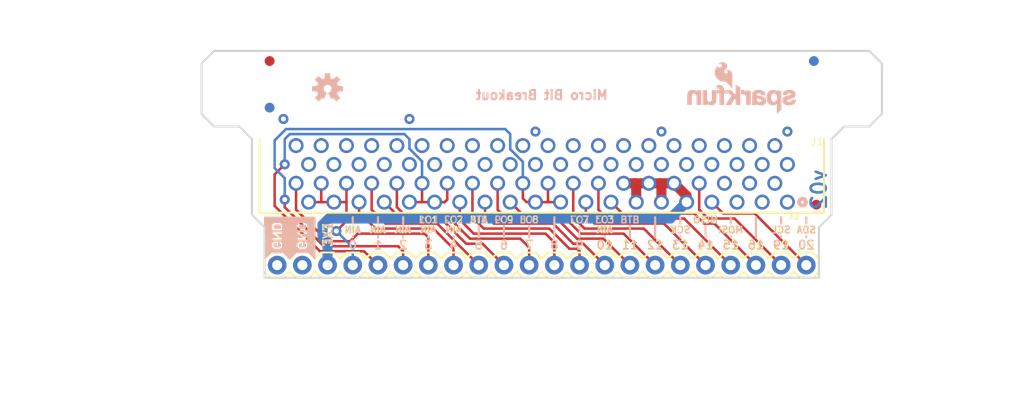
<source format=kicad_pcb>
(kicad_pcb (version 20211014) (generator pcbnew)
  (layers (0 "F.Cu" signal) (1 "In1.Cu" signal) (2 "In2.Cu" signal) (31 "B.Cu" signal) (34 "B.Paste" user) (35 "F.Paste" user) (36 "B.SilkS" user "B.Silkscreen") (37 "F.SilkS" user "F.Silkscreen") (38 "B.Mask" user) (39 "F.Mask" user) (44 "Edge.Cuts" user))
  (net 0 "")
  (net 1 "20")
  (net 2 "19")
  (net 3 "16")
  (net 4 "15")
  (net 5 "14")
  (net 6 "13")
  (net 7 "2")
  (net 8 "12")
  (net 9 "11")
  (net 10 "10")
  (net 11 "9")
  (net 12 "8")
  (net 13 "1")
  (net 14 "7")
  (net 15 "6")
  (net 16 "5")
  (net 17 "4")
  (net 18 "0")
  (net 19 "3")
  (net 20 "GND")
  (net 21 "3.3V")
  (footprint "boardEagle:FIDUCIAL-1X2" (layer "F.Cu") (at 176.1871 109.0676)
    (fp_text reference "FD2" hide)
    (fp_text value "FIDUCIAL1X2" hide)
    (pad "1" smd roundrect (at 0 0) (size 1 1) (layers "F.Cu" "F.Mask") (roundrect_rratio 0.5))
  )
  (footprint "boardEagle:STAND-OFF" (layer "F.Cu") (at 116.7511 97.3836)
    (fp_text reference "H1" hide)
    (fp_text value "STAND-OFF" hide)
    (pad "" np_thru_hole circle (at 0 0) (size 3.302 3.302) (drill 3.302) (layers *.Cu *.Mask))
  )
  (footprint "boardEagle:STAND-OFF" (layer "F.Cu") (at 180.2511 97.3836)
    (fp_text reference "H2" hide)
    (fp_text value "STAND-OFF" hide)
    (pad "" np_thru_hole circle (at 0 0) (size 3.302 3.302) (drill 3.302) (layers *.Cu *.Mask))
  )
  (footprint "boardEagle:1X22" (layer "F.Cu") (at 121.8311 115.1636)
    (fp_text reference "J2" (at 52.705 -4.953) (layer "F.SilkS") (effects (font (size 0.60706 0.60706) (thickness 0.20574)) (justify right)))
    (fp_text value "M22PTH")
    (pad "1" thru_hole circle (at 0 0 90) (size 1.8796 1.8796) (drill 1.016) (layers *.Cu *.Mask) (net 20 "GND"))
    (pad "2" thru_hole circle (at 2.54 0 90) (size 1.8796 1.8796) (drill 1.016) (layers *.Cu *.Mask) (net 20 "GND"))
    (pad "3" thru_hole circle (at 5.08 0 90) (size 1.8796 1.8796) (drill 1.016) (layers *.Cu *.Mask) (net 21 "3.3V"))
    (pad "4" thru_hole circle (at 7.62 0 90) (size 1.8796 1.8796) (drill 1.016) (layers *.Cu *.Mask) (net 18 "0"))
    (pad "5" thru_hole circle (at 10.16 0 90) (size 1.8796 1.8796) (drill 1.016) (layers *.Cu *.Mask) (net 13 "1"))
    (pad "6" thru_hole circle (at 12.7 0 90) (size 1.8796 1.8796) (drill 1.016) (layers *.Cu *.Mask) (net 7 "2"))
    (pad "7" thru_hole circle (at 15.24 0 90) (size 1.8796 1.8796) (drill 1.016) (layers *.Cu *.Mask) (net 19 "3"))
    (pad "8" thru_hole circle (at 17.78 0 90) (size 1.8796 1.8796) (drill 1.016) (layers *.Cu *.Mask) (net 17 "4"))
    (pad "9" thru_hole circle (at 20.32 0 90) (size 1.8796 1.8796) (drill 1.016) (layers *.Cu *.Mask) (net 16 "5"))
    (pad "10" thru_hole circle (at 22.86 0 90) (size 1.8796 1.8796) (drill 1.016) (layers *.Cu *.Mask) (net 15 "6"))
    (pad "11" thru_hole circle (at 25.4 0 90) (size 1.8796 1.8796) (drill 1.016) (layers *.Cu *.Mask) (net 14 "7"))
    (pad "12" thru_hole circle (at 27.94 0 90) (size 1.8796 1.8796) (drill 1.016) (layers *.Cu *.Mask) (net 12 "8"))
    (pad "13" thru_hole circle (at 30.48 0 90) (size 1.8796 1.8796) (drill 1.016) (layers *.Cu *.Mask) (net 11 "9"))
    (pad "14" thru_hole circle (at 33.02 0 90) (size 1.8796 1.8796) (drill 1.016) (layers *.Cu *.Mask) (net 10 "10"))
    (pad "15" thru_hole circle (at 35.56 0 90) (size 1.8796 1.8796) (drill 1.016) (layers *.Cu *.Mask) (net 9 "11"))
    (pad "16" thru_hole circle (at 38.1 0 90) (size 1.8796 1.8796) (drill 1.016) (layers *.Cu *.Mask) (net 8 "12"))
    (pad "17" thru_hole circle (at 40.64 0 90) (size 1.8796 1.8796) (drill 1.016) (layers *.Cu *.Mask) (net 6 "13"))
    (pad "18" thru_hole circle (at 43.18 0 90) (size 1.8796 1.8796) (drill 1.016) (layers *.Cu *.Mask) (net 5 "14"))
    (pad "19" thru_hole circle (at 45.72 0 90) (size 1.8796 1.8796) (drill 1.016) (layers *.Cu *.Mask) (net 4 "15"))
    (pad "20" thru_hole circle (at 48.26 0 90) (size 1.8796 1.8796) (drill 1.016) (layers *.Cu *.Mask) (net 3 "16"))
    (pad "21" thru_hole circle (at 50.8 0 90) (size 1.8796 1.8796) (drill 1.016) (layers *.Cu *.Mask) (net 2 "19"))
    (pad "22" thru_hole circle (at 53.34 0 90) (size 1.8796 1.8796) (drill 1.016) (layers *.Cu *.Mask) (net 1 "20"))
  )
  (footprint "boardEagle:VEC-127-080-R" (layer "F.Cu") (at 148.5011 108.8136 180)
    (fp_text reference "J1" (at -28.448 6.096) (layer "F.SilkS") (effects (font (size 0.725018 0.725018) (thickness 0.087782)) (justify right)))
    (fp_text value "EDGE-80PTH-RA")
    (pad "A1" thru_hole circle (at -24.765 0 180) (size 1.508 1.508) (drill 1) (layers *.Cu *.Mask) (net 20 "GND"))
    (pad "A2" thru_hole circle (at -23.495 1.9 180) (size 1.508 1.508) (drill 1) (layers *.Cu *.Mask) (net 20 "GND"))
    (pad "A3" thru_hole circle (at -22.225 0 180) (size 1.508 1.508) (drill 1) (layers *.Cu *.Mask) (net 20 "GND"))
    (pad "A4" thru_hole circle (at -20.955 1.9 180) (size 1.508 1.508) (drill 1) (layers *.Cu *.Mask) (net 20 "GND"))
    (pad "A5" thru_hole circle (at -19.685 0 180) (size 1.508 1.508) (drill 1) (layers *.Cu *.Mask) (net 20 "GND"))
    (pad "A6" thru_hole circle (at -18.415 1.9 180) (size 1.508 1.508) (drill 1) (layers *.Cu *.Mask) (net 20 "GND"))
    (pad "A7" thru_hole circle (at -17.145 0 180) (size 1.508 1.508) (drill 1) (layers *.Cu *.Mask) (net 1 "20"))
    (pad "A8" thru_hole circle (at -15.875 1.9 180) (size 1.508 1.508) (drill 1) (layers *.Cu *.Mask) (net 2 "19"))
    (pad "A9" thru_hole circle (at -14.605 0 180) (size 1.508 1.508) (drill 1) (layers *.Cu *.Mask) (net 21 "3.3V"))
    (pad "A10" thru_hole circle (at -13.335 1.9 180) (size 1.508 1.508) (drill 1) (layers *.Cu *.Mask) (net 21 "3.3V"))
    (pad "A11" thru_hole circle (at -12.065 0 180) (size 1.508 1.508) (drill 1) (layers *.Cu *.Mask) (net 21 "3.3V"))
    (pad "A12" thru_hole circle (at -10.795 1.9 180) (size 1.508 1.508) (drill 1) (layers *.Cu *.Mask) (net 21 "3.3V"))
    (pad "A13" thru_hole circle (at -9.525 0 180) (size 1.508 1.508) (drill 1) (layers *.Cu *.Mask) (net 21 "3.3V"))
    (pad "A14" thru_hole circle (at -8.255 1.9 180) (size 1.508 1.508) (drill 1) (layers *.Cu *.Mask) (net 21 "3.3V"))
    (pad "A15" thru_hole circle (at -6.985 0 180) (size 1.508 1.508) (drill 1) (layers *.Cu *.Mask) (net 3 "16"))
    (pad "A16" thru_hole circle (at -5.715 1.9 180) (size 1.508 1.508) (drill 1) (layers *.Cu *.Mask) (net 4 "15"))
    (pad "A17" thru_hole circle (at -4.445 0 180) (size 1.508 1.508) (drill 1) (layers *.Cu *.Mask) (net 5 "14"))
    (pad "A18" thru_hole circle (at -3.175 1.9 180) (size 1.508 1.508) (drill 1) (layers *.Cu *.Mask) (net 6 "13"))
    (pad "A19" thru_hole circle (at -1.905 0 180) (size 1.508 1.508) (drill 1) (layers *.Cu *.Mask) (net 7 "2"))
    (pad "A20" thru_hole circle (at -0.635 1.9 180) (size 1.508 1.508) (drill 1) (layers *.Cu *.Mask) (net 7 "2"))
    (pad "A21" thru_hole circle (at 0.635 0 180) (size 1.508 1.508) (drill 1) (layers *.Cu *.Mask) (net 7 "2"))
    (pad "A22" thru_hole circle (at 1.905 1.9 180) (size 1.508 1.508) (drill 1) (layers *.Cu *.Mask) (net 7 "2"))
    (pad "A23" thru_hole circle (at 3.175 0 180) (size 1.508 1.508) (drill 1) (layers *.Cu *.Mask) (net 8 "12"))
    (pad "A24" thru_hole circle (at 4.445 1.9 180) (size 1.508 1.508) (drill 1) (layers *.Cu *.Mask) (net 9 "11"))
    (pad "A25" thru_hole circle (at 5.715 0 180) (size 1.508 1.508) (drill 1) (layers *.Cu *.Mask) (net 10 "10"))
    (pad "A26" thru_hole circle (at 6.985 1.9 180) (size 1.508 1.508) (drill 1) (layers *.Cu *.Mask) (net 11 "9"))
    (pad "A27" thru_hole circle (at 8.255 0 180) (size 1.508 1.508) (drill 1) (layers *.Cu *.Mask) (net 12 "8"))
    (pad "A28" thru_hole circle (at 9.525 1.9 180) (size 1.508 1.508) (drill 1) (layers *.Cu *.Mask) (net 13 "1"))
    (pad "A29" thru_hole circle (at 10.795 0 180) (size 1.508 1.508) (drill 1) (layers *.Cu *.Mask) (net 13 "1"))
    (pad "A30" thru_hole circle (at 12.065 1.9 180) (size 1.508 1.508) (drill 1) (layers *.Cu *.Mask) (net 13 "1"))
    (pad "A31" thru_hole circle (at 13.335 0 180) (size 1.508 1.508) (drill 1) (layers *.Cu *.Mask) (net 13 "1"))
    (pad "A32" thru_hole circle (at 14.605 1.9 180) (size 1.508 1.508) (drill 1) (layers *.Cu *.Mask) (net 14 "7"))
    (pad "A33" thru_hole circle (at 15.875 0 180) (size 1.508 1.508) (drill 1) (layers *.Cu *.Mask) (net 15 "6"))
    (pad "A34" thru_hole circle (at 17.145 1.9 180) (size 1.508 1.508) (drill 1) (layers *.Cu *.Mask) (net 16 "5"))
    (pad "A35" thru_hole circle (at 18.415 0 180) (size 1.508 1.508) (drill 1) (layers *.Cu *.Mask) (net 17 "4"))
    (pad "A36" thru_hole circle (at 19.685 1.9 180) (size 1.508 1.508) (drill 1) (layers *.Cu *.Mask) (net 18 "0"))
    (pad "A37" thru_hole circle (at 20.955 0 180) (size 1.508 1.508) (drill 1) (layers *.Cu *.Mask) (net 18 "0"))
    (pad "A38" thru_hole circle (at 22.225 1.9 180) (size 1.508 1.508) (drill 1) (layers *.Cu *.Mask) (net 18 "0"))
    (pad "A39" thru_hole circle (at 23.495 0 180) (size 1.508 1.508) (drill 1) (layers *.Cu *.Mask) (net 18 "0"))
    (pad "A40" thru_hole circle (at 24.765 1.9 180) (size 1.508 1.508) (drill 1) (layers *.Cu *.Mask) (net 19 "3"))
    (pad "B1" thru_hole circle (at -24.765 3.8 180) (size 1.508 1.508) (drill 1) (layers *.Cu *.Mask))
    (pad "B2" thru_hole circle (at -23.495 5.7 180) (size 1.508 1.508) (drill 1) (layers *.Cu *.Mask))
    (pad "B3" thru_hole circle (at -22.225 3.8 180) (size 1.508 1.508) (drill 1) (layers *.Cu *.Mask))
    (pad "B4" thru_hole circle (at -20.955 5.7 180) (size 1.508 1.508) (drill 1) (layers *.Cu *.Mask))
    (pad "B5" thru_hole circle (at -19.685 3.8 180) (size 1.508 1.508) (drill 1) (layers *.Cu *.Mask))
    (pad "B6" thru_hole circle (at -18.415 5.7 180) (size 1.508 1.508) (drill 1) (layers *.Cu *.Mask))
    (pad "B7" thru_hole circle (at -17.145 3.8 180) (size 1.508 1.508) (drill 1) (layers *.Cu *.Mask))
    (pad "B8" thru_hole circle (at -15.875 5.7 180) (size 1.508 1.508) (drill 1) (layers *.Cu *.Mask))
    (pad "B9" thru_hole circle (at -14.605 3.8 180) (size 1.508 1.508) (drill 1) (layers *.Cu *.Mask))
    (pad "B10" thru_hole circle (at -13.335 5.7 180) (size 1.508 1.508) (drill 1) (layers *.Cu *.Mask))
    (pad "B11" thru_hole circle (at -12.065 3.8 180) (size 1.508 1.508) (drill 1) (layers *.Cu *.Mask))
    (pad "B12" thru_hole circle (at -10.795 5.7 180) (size 1.508 1.508) (drill 1) (layers *.Cu *.Mask))
    (pad "B13" thru_hole circle (at -9.525 3.8 180) (size 1.508 1.508) (drill 1) (layers *.Cu *.Mask))
    (pad "B14" thru_hole circle (at -8.255 5.7 180) (size 1.508 1.508) (drill 1) (layers *.Cu *.Mask))
    (pad "B15" thru_hole circle (at -6.985 3.8 180) (size 1.508 1.508) (drill 1) (layers *.Cu *.Mask))
    (pad "B16" thru_hole circle (at -5.715 5.7 180) (size 1.508 1.508) (drill 1) (layers *.Cu *.Mask))
    (pad "B17" thru_hole circle (at -4.445 3.8 180) (size 1.508 1.508) (drill 1) (layers *.Cu *.Mask))
    (pad "B18" thru_hole circle (at -3.175 5.7 180) (size 1.508 1.508) (drill 1) (layers *.Cu *.Mask))
    (pad "B19" thru_hole circle (at -1.905 3.8 180) (size 1.508 1.508) (drill 1) (layers *.Cu *.Mask))
    (pad "B20" thru_hole circle (at -0.635 5.7 180) (size 1.508 1.508) (drill 1) (layers *.Cu *.Mask))
    (pad "B21" thru_hole circle (at 0.635 3.8 180) (size 1.508 1.508) (drill 1) (layers *.Cu *.Mask))
    (pad "B22" thru_hole circle (at 1.905 5.7 180) (size 1.508 1.508) (drill 1) (layers *.Cu *.Mask))
    (pad "B23" thru_hole circle (at 3.175 3.8 180) (size 1.508 1.508) (drill 1) (layers *.Cu *.Mask))
    (pad "B24" thru_hole circle (at 4.445 5.7 180) (size 1.508 1.508) (drill 1) (layers *.Cu *.Mask))
    (pad "B25" thru_hole circle (at 5.715 3.8 180) (size 1.508 1.508) (drill 1) (layers *.Cu *.Mask))
    (pad "B26" thru_hole circle (at 6.985 5.7 180) (size 1.508 1.508) (drill 1) (layers *.Cu *.Mask))
    (pad "B27" thru_hole circle (at 8.255 3.8 180) (size 1.508 1.508) (drill 1) (layers *.Cu *.Mask))
    (pad "B28" thru_hole circle (at 9.525 5.7 180) (size 1.508 1.508) (drill 1) (layers *.Cu *.Mask))
    (pad "B29" thru_hole circle (at 10.795 3.8 180) (size 1.508 1.508) (drill 1) (layers *.Cu *.Mask))
    (pad "B30" thru_hole circle (at 12.065 5.7 180) (size 1.508 1.508) (drill 1) (layers *.Cu *.Mask))
    (pad "B31" thru_hole circle (at 13.335 3.8 180) (size 1.508 1.508) (drill 1) (layers *.Cu *.Mask))
    (pad "B32" thru_hole circle (at 14.605 5.7 180) (size 1.508 1.508) (drill 1) (layers *.Cu *.Mask))
    (pad "B33" thru_hole circle (at 15.875 3.8 180) (size 1.508 1.508) (drill 1) (layers *.Cu *.Mask))
    (pad "B34" thru_hole circle (at 17.145 5.7 180) (size 1.508 1.508) (drill 1) (layers *.Cu *.Mask))
    (pad "B35" thru_hole circle (at 18.415 3.8 180) (size 1.508 1.508) (drill 1) (layers *.Cu *.Mask))
    (pad "B36" thru_hole circle (at 19.685 5.7 180) (size 1.508 1.508) (drill 1) (layers *.Cu *.Mask))
    (pad "B37" thru_hole circle (at 20.955 3.8 180) (size 1.508 1.508) (drill 1) (layers *.Cu *.Mask))
    (pad "B38" thru_hole circle (at 22.225 5.7 180) (size 1.508 1.508) (drill 1) (layers *.Cu *.Mask))
    (pad "B39" thru_hole circle (at 23.495 3.8 180) (size 1.508 1.508) (drill 1) (layers *.Cu *.Mask))
    (pad "B40" thru_hole circle (at 24.765 5.7 180) (size 1.508 1.508) (drill 1) (layers *.Cu *.Mask))
  )
  (footprint "boardEagle:NEGASILK_MICRO_BIT_BREAKOUT" (layer "F.Cu") (at 120.5611 114.5286)
    (fp_text reference "U$1" hide)
    (fp_text value "" hide)
  )
  (footprint "boardEagle:CREATIVE_COMMONS" (layer "F.Cu") (at 114.2111 127.8636)
    (fp_text reference "FRAME1" hide)
    (fp_text value "FRAME-LETTER" hide)
  )
  (footprint "boardEagle:FIDUCIAL-1X2" (layer "F.Cu") (at 121.0691 94.5896)
    (fp_text reference "FD1" hide)
    (fp_text value "FIDUCIAL1X2" hide)
    (pad "1" smd roundrect (at 0 0) (size 1 1) (layers "F.Cu" "F.Mask") (roundrect_rratio 0.5))
  )
  (footprint "boardEagle:SFE_LOGO_NAME_FLAME_.1" (layer "B.Cu") (at 174.5361 99.9236 180)
    (fp_text reference "LOGO2" hide)
    (fp_text value "SFE_LOGO_NAME_FLAME.1_INCH" hide)
  )
  (footprint "boardEagle:NEGASILK_MICRO_BIT_BREAKOUT" (layer "B.Cu") (at 125.6411 114.5286 180)
    (fp_text reference "U$2" hide)
    (fp_text value "" hide)
  )
  (footprint "boardEagle:OSHW-LOGO-S" (layer "B.Cu") (at 126.9111 97.3836 180)
    (fp_text reference "LOGO3" hide)
    (fp_text value "OSHW-LOGOS" hide)
  )
  (footprint "boardEagle:FIDUCIAL-1X2" (layer "B.Cu") (at 175.9331 94.5896 180)
    (fp_text reference "FD3" hide)
    (fp_text value "FIDUCIAL1X2" hide)
    (pad "1" smd roundrect (at 0 0 180) (size 1 1) (layers "B.Cu" "B.Mask") (roundrect_rratio 0.5))
  )
  (footprint "boardEagle:FIDUCIAL-1X2" (layer "B.Cu") (at 121.0691 99.2886 180)
    (fp_text reference "FD4" hide)
    (fp_text value "FIDUCIAL1X2" hide)
    (pad "1" smd roundrect (at 0 0 180) (size 1 1) (layers "B.Cu" "B.Mask") (roundrect_rratio 0.5))
  )
  (gr_line (start 165.0111 112.3696) (end 165.0111 111.2266) (layer "B.SilkS") (width 0.2032))
  (gr_line (start 154.8511 112.3696) (end 154.8511 112.2426) (layer "B.SilkS") (width 0.2032))
  (gr_line (start 162.4711 112.3696) (end 162.4711 112.2426) (layer "B.SilkS") (width 0.2032))
  (gr_line (start 159.9311 112.3696) (end 159.9311 110.3376) (layer "B.SilkS") (width 0.2032))
  (gr_line (start 137.0711 112.3696) (end 137.0711 112.2426) (layer "B.SilkS") (width 0.2032))
  (gr_line (start 129.4511 112.3696) (end 129.4511 112.2426) (layer "B.SilkS") (width 0.2032))
  (gr_line (start 139.6111 112.3696) (end 139.6111 112.2426) (layer "B.SilkS") (width 0.2032))
  (gr_line (start 172.6311 110.9726) (end 172.6311 110.3376) (layer "B.SilkS") (width 0.2032))
  (gr_line (start 149.7711 112.3696) (end 149.7711 110.3376) (layer "B.SilkS") (width 0.2032))
  (gr_line (start 134.5311 112.3696) (end 134.5311 112.2426) (layer "B.SilkS") (width 0.2032))
  (gr_line (start 175.1711 110.9726) (end 175.1711 110.3376) (layer "B.SilkS") (width 0.2032))
  (gr_line (start 142.1511 112.3696) (end 142.1511 111.2266) (layer "B.SilkS") (width 0.2032))
  (gr_line (start 157.3911 112.3696) (end 157.3911 111.2266) (layer "B.SilkS") (width 0.2032))
  (gr_line (start 131.9911 112.3696) (end 131.9911 112.2426) (layer "B.SilkS") (width 0.2032))
  (gr_line (start 162.4711 110.9726) (end 162.4711 110.3376) (layer "B.SilkS") (width 0.2032))
  (gr_line (start 170.0911 112.3696) (end 170.0911 110.3376) (layer "B.SilkS") (width 0.2032))
  (gr_line (start 167.5511 110.9726) (end 167.5511 110.3376) (layer "B.SilkS") (width 0.2032))
  (gr_line (start 167.5511 112.3696) (end 167.5511 112.2426) (layer "B.SilkS") (width 0.2032))
  (gr_line (start 134.5311 110.9726) (end 134.5311 110.3376) (layer "B.SilkS") (width 0.2032))
  (gr_line (start 129.4511 110.9726) (end 129.4511 110.3376) (layer "B.SilkS") (width 0.2032))
  (gr_line (start 147.2311 112.3696) (end 147.2311 111.2266) (layer "B.SilkS") (width 0.2032))
  (gr_line (start 144.6911 112.3696) (end 144.6911 111.2266) (layer "B.SilkS") (width 0.2032))
  (gr_line (start 172.6311 112.3696) (end 172.6311 112.2426) (layer "B.SilkS") (width 0.2032))
  (gr_line (start 131.9911 110.9726) (end 131.9911 110.3376) (layer "B.SilkS") (width 0.2032))
  (gr_line (start 175.1711 112.3696) (end 175.1711 112.2426) (layer "B.SilkS") (width 0.2032))
  (gr_line (start 152.3111 112.3696) (end 152.3111 111.2266) (layer "B.SilkS") (width 0.2032))
  (gr_line (start 131.9911 112.3696) (end 131.9911 112.2426) (layer "F.SilkS") (width 0.2032))
  (gr_line (start 139.6111 112.3696) (end 139.6111 112.2426) (layer "F.SilkS") (width 0.2032))
  (gr_line (start 154.8511 112.3696) (end 154.8511 112.2426) (layer "F.SilkS") (width 0.2032))
  (gr_line (start 172.6311 112.3696) (end 172.6311 112.2426) (layer "F.SilkS") (width 0.2032))
  (gr_line (start 147.2311 112.3696) (end 147.2311 111.2266) (layer "F.SilkS") (width 0.2032))
  (gr_line (start 170.0911 112.3696) (end 170.0911 110.3376) (layer "F.SilkS") (width 0.2032))
  (gr_line (start 152.3111 112.3696) (end 152.3111 111.2266) (layer "F.SilkS") (width 0.2032))
  (gr_line (start 167.5511 112.3696) (end 167.5511 112.2426) (layer "F.SilkS") (width 0.2032))
  (gr_line (start 129.4511 112.3696) (end 129.4511 112.2426) (layer "F.SilkS") (width 0.2032))
  (gr_line (start 175.1711 112.3696) (end 175.1711 112.2426) (layer "F.SilkS") (width 0.2032))
  (gr_line (start 162.4711 110.9726) (end 162.4711 110.3376) (layer "F.SilkS") (width 0.2032))
  (gr_line (start 137.0711 112.3696) (end 137.0711 112.2426) (layer "F.SilkS") (width 0.2032))
  (gr_line (start 167.5511 110.9726) (end 167.5511 110.3376) (layer "F.SilkS") (width 0.2032))
  (gr_line (start 175.1711 110.9726) (end 175.1711 110.3376) (layer "F.SilkS") (width 0.2032))
  (gr_line (start 157.3911 112.3696) (end 157.3911 111.2266) (layer "F.SilkS") (width 0.2032))
  (gr_line (start 142.1511 112.3696) (end 142.1511 111.2266) (layer "F.SilkS") (width 0.2032))
  (gr_line (start 172.6311 110.9726) (end 172.6311 110.3376) (layer "F.SilkS") (width 0.2032))
  (gr_line (start 129.4511 110.9726) (end 129.4511 110.3376) (layer "F.SilkS") (width 0.2032))
  (gr_line (start 144.6911 112.3696) (end 144.6911 111.2266) (layer "F.SilkS") (width 0.2032))
  (gr_line (start 149.7711 112.3696) (end 149.7711 110.3376) (layer "F.SilkS") (width 0.2032))
  (gr_line (start 134.5311 110.9726) (end 134.5311 110.3376) (layer "F.SilkS") (width 0.2032))
  (gr_line (start 159.9311 112.3696) (end 159.9311 110.3376) (layer "F.SilkS") (width 0.2032))
  (gr_line (start 134.5311 112.3696) (end 134.5311 112.2426) (layer "F.SilkS") (width 0.2032))
  (gr_line (start 165.0111 112.3696) (end 165.0111 111.2266) (layer "F.SilkS") (width 0.2032))
  (gr_line (start 162.4711 112.3696) (end 162.4711 112.2426) (layer "F.SilkS") (width 0.2032))
  (gr_line (start 131.9911 110.9726) (end 131.9911 110.3376) (layer "F.SilkS") (width 0.2032))
  (gr_line (start 119.2911 110.0836) (end 120.5611 111.3536) (layer "Edge.Cuts") (width 0.2032))
  (gr_line (start 182.7911 94.8436) (end 182.7911 99.9236) (layer "Edge.Cuts") (width 0.2032))
  (gr_line (start 114.2111 94.8436) (end 114.2111 99.9236) (layer "Edge.Cuts") (width 0.2032))
  (gr_line (start 119.2911 102.4636) (end 119.2911 110.0836) (layer "Edge.Cuts") (width 0.2032))
  (gr_line (start 120.5611 116.4336) (end 176.4411 116.4336) (layer "Edge.Cuts") (width 0.2032))
  (gr_line (start 177.7111 110.0836) (end 176.4411 111.3536) (layer "Edge.Cuts") (width 0.2032))
  (gr_line (start 181.5211 93.5736) (end 115.4811 93.5736) (layer "Edge.Cuts") (width 0.2032))
  (gr_line (start 114.2111 99.9236) (end 115.4811 101.1936) (layer "Edge.Cuts") (width 0.2032))
  (gr_line (start 181.5211 93.5736) (end 182.7911 94.8436) (layer "Edge.Cuts") (width 0.2032))
  (gr_line (start 182.7911 99.9236) (end 181.5211 101.1936) (layer "Edge.Cuts") (width 0.2032))
  (gr_line (start 120.5611 111.3536) (end 120.5611 116.4336) (layer "Edge.Cuts") (width 0.2032))
  (gr_line (start 178.9811 101.1936) (end 177.7111 102.4636) (layer "Edge.Cuts") (width 0.2032))
  (gr_line (start 177.7111 102.4636) (end 177.7111 110.0836) (layer "Edge.Cuts") (width 0.2032))
  (gr_line (start 115.4811 93.5736) (end 114.2111 94.8436) (layer "Edge.Cuts") (width 0.2032))
  (gr_line (start 115.4811 101.1936) (end 118.0211 101.1936) (layer "Edge.Cuts") (width 0.2032))
  (gr_line (start 176.4411 111.3536) (end 176.4411 116.4336) (layer "Edge.Cuts") (width 0.2032))
  (gr_line (start 118.0211 101.1936) (end 119.2911 102.4636) (layer "Edge.Cuts") (width 0.2032))
  (gr_line (start 178.9811 101.1936) (end 181.5211 101.1936) (layer "Edge.Cuts") (width 0.2032))
  (gr_text "v02" (at 176.4411 107.5436 -270) (layer "B.Cu") (effects (font (size 1.5113 1.5113) (thickness 0.2667)) (justify mirror)))
  (gr_text "0" (at 129.4511 113.6396) (layer "B.SilkS") (effects (font (size 0.8636 0.8636) (thickness 0.1524)) (justify bottom mirror)))
  (gr_text "12" (at 159.9311 113.6396) (layer "B.SilkS") (effects (font (size 0.8636 0.8636) (thickness 0.1524)) (justify bottom mirror)))
  (gr_text "AIN" (at 134.5311 111.6076) (layer "B.SilkS") (effects (font (size 0.69088 0.69088) (thickness 0.12192)) (justify mirror)))
  (gr_text "3V3" (at 126.9111 112.1156 -90) (layer "B.SilkS") (effects (font (size 0.8636 0.8636) (thickness 0.1524)) (justify mirror)))
  (gr_text "SDA" (at 175.1711 111.6076) (layer "B.SilkS") (effects (font (size 0.69088 0.69088) (thickness 0.12192)) (justify mirror)))
  (gr_text "AIN" (at 131.9911 111.6076) (layer "B.SilkS") (effects (font (size 0.69088 0.69088) (thickness 0.12192)) (justify mirror)))
  (gr_text "Micro Bit Breakout" (at 148.5011 98.0186) (layer "B.SilkS") (effects (font (size 0.93726 0.93726) (thickness 0.20574)) (justify mirror)))
  (gr_text "8" (at 149.7711 113.6396) (layer "B.SilkS") (effects (font (size 0.8636 0.8636) (thickness 0.1524)) (justify bottom mirror)))
  (gr_text "AIN" (at 139.6111 111.6076) (layer "B.SilkS") (effects (font (size 0.69088 0.69088) (thickness 0.12192)) (justify mirror)))
  (gr_text "LC2" (at 139.6111 110.5916) (layer "B.SilkS") (effects (font (size 0.69088 0.69088) (thickness 0.12192)) (justify mirror)))
  (gr_text "15" (at 167.5511 113.6396) (layer "B.SilkS") (effects (font (size 0.8636 0.8636) (thickness 0.1524)) (justify bottom mirror)))
  (gr_text "LC3" (at 154.8511 110.5916) (layer "B.SilkS") (effects (font (size 0.69088 0.69088) (thickness 0.12192)) (justify mirror)))
  (gr_text "2" (at 134.5311 113.6396) (layer "B.SilkS") (effects (font (size 0.8636 0.8636) (thickness 0.1524)) (justify bottom mirror)))
  (gr_text "6" (at 144.6911 113.6396) (layer "B.SilkS") (effects (font (size 0.8636 0.8636) (thickness 0.1524)) (justify bottom mirror)))
  (gr_text "SCK" (at 162.4711 111.6076) (layer "B.SilkS") (effects (font (size 0.69088 0.69088) (thickness 0.12192)) (justify mirror)))
  (gr_text "16" (at 170.0911 113.6396) (layer "B.SilkS") (effects (font (size 0.8636 0.8636) (thickness 0.1524)) (justify bottom mirror)))
  (gr_text "SCL" (at 172.6311 111.6076) (layer "B.SilkS") (effects (font (size 0.69088 0.69088) (thickness 0.12192)) (justify mirror)))
  (gr_text "14" (at 165.0111 113.6396) (layer "B.SilkS") (effects (font (size 0.8636 0.8636) (thickness 0.1524)) (justify bottom mirror)))
  (gr_text "4" (at 139.6111 113.6396) (layer "B.SilkS") (effects (font (size 0.8636 0.8636) (thickness 0.1524)) (justify bottom mirror)))
  (gr_text "9" (at 152.3111 113.6396) (layer "B.SilkS") (effects (font (size 0.8636 0.8636) (thickness 0.1524)) (justify bottom mirror)))
  (gr_text "BTB" (at 157.3911 110.5916) (layer "B.SilkS") (effects (font (size 0.69088 0.69088) (thickness 0.12192)) (justify mirror)))
  (gr_text "AIN" (at 154.8511 111.6076) (layer "B.SilkS") (effects (font (size 0.69088 0.69088) (thickness 0.12192)) (justify mirror)))
  (gr_text "LC8" (at 147.2311 110.5916) (layer "B.SilkS") (effects (font (size 0.69088 0.69088) (thickness 0.12192)) (justify mirror)))
  (gr_text "BTA" (at 142.1511 110.5916) (layer "B.SilkS") (effects (font (size 0.69088 0.69088) (thickness 0.12192)) (justify mirror)))
  (gr_text "10" (at 154.8511 113.6396) (layer "B.SilkS") (effects (font (size 0.8636 0.8636) (thickness 0.1524)) (justify bottom mirror)))
  (gr_text "MOSI" (at 167.5511 111.6076) (layer "B.SilkS") (effects (font (size 0.69088 0.69088) (thickness 0.12192)) (justify mirror)))
  (gr_text "13" (at 162.4711 113.6396) (layer "B.SilkS") (effects (font (size 0.8636 0.8636) (thickness 0.1524)) (justify bottom mirror)))
  (gr_text "LC9" (at 144.6911 110.5916) (layer "B.SilkS") (effects (font (size 0.69088 0.69088) (thickness 0.12192)) (justify mirror)))
  (gr_text "MISO" (at 165.0111 110.5916) (layer "B.SilkS") (effects (font (size 0.69088 0.69088) (thickness 0.12192)) (justify mirror)))
  (gr_text "11" (at 157.3911 113.6396) (layer "B.SilkS") (effects (font (size 0.8636 0.8636) (thickness 0.1524)) (justify bottom mirror)))
  (gr_text "AIN" (at 129.4511 111.6076) (layer "B.SilkS") (effects (font (size 0.69088 0.69088) (thickness 0.12192)) (justify mirror)))
  (gr_text "AIN" (at 137.0711 111.6076) (layer "B.SilkS") (effects (font (size 0.69088 0.69088) (thickness 0.12192)) (justify mirror)))
  (gr_text "20" (at 175.1711 113.6396) (layer "B.SilkS") (effects (font (size 0.8636 0.8636) (thickness 0.1524)) (justify bottom mirror)))
  (gr_text "LC1" (at 137.0711 110.5916) (layer "B.SilkS") (effects (font (size 0.69088 0.69088) (thickness 0.12192)) (justify mirror)))
  (gr_text "1" (at 131.9911 113.6396) (layer "B.SilkS") (effects (font (size 0.8636 0.8636) (thickness 0.1524)) (justify bottom mirror)))
  (gr_text "5" (at 142.1511 113.6396) (layer "B.SilkS") (effects (font (size 0.8636 0.8636) (thickness 0.1524)) (justify bottom mirror)))
  (gr_text "7" (at 147.2311 113.6396) (layer "B.SilkS") (effects (font (size 0.8636 0.8636) (thickness 0.1524)) (justify bottom mirror)))
  (gr_text "19" (at 172.6311 113.6396) (layer "B.SilkS") (effects (font (size 0.8636 0.8636) (thickness 0.1524)) (justify bottom mirror)))
  (gr_text "3" (at 137.0711 113.6396) (layer "B.SilkS") (effects (font (size 0.8636 0.8636) (thickness 0.1524)) (justify bottom mirror)))
  (gr_text "LC7" (at 152.3111 110.5916) (layer "B.SilkS") (effects (font (size 0.69088 0.69088) (thickness 0.12192)) (justify mirror)))
  (gr_text "14" (at 165.0111 113.6396) (layer "F.SilkS") (effects (font (size 0.8636 0.8636) (thickness 0.1524)) (justify bottom)))
  (gr_text "BTA" (at 142.1511 110.5916) (layer "F.SilkS") (effects (font (size 0.69088 0.69088) (thickness 0.12192))))
  (gr_text "9" (at 152.3111 113.6396) (layer "F.SilkS") (effects (font (size 0.8636 0.8636) (thickness 0.1524)) (justify bottom)))
  (gr_text "10" (at 154.8511 113.6396) (layer "F.SilkS") (effects (font (size 0.8636 0.8636) (thickness 0.1524)) (justify bottom)))
  (gr_text "LC8" (at 147.2311 110.5916) (layer "F.SilkS") (effects (font (size 0.69088 0.69088) (thickness 0.12192))))
  (gr_text "11" (at 157.3911 113.6396) (layer "F.SilkS") (effects (font (size 0.8636 0.8636) (thickness 0.1524)) (justify bottom)))
  (gr_text "MOSI" (at 167.5511 111.6076) (layer "F.SilkS") (effects (font (size 0.69088 0.69088) (thickness 0.12192))))
  (gr_text "SCK" (at 162.4711 111.6076) (layer "F.SilkS") (effects (font (size 0.69088 0.69088) (thickness 0.12192))))
  (gr_text "19" (at 172.6311 113.6396) (layer "F.SilkS") (effects (font (size 0.8636 0.8636) (thickness 0.1524)) (justify bottom)))
  (gr_text "2" (at 134.5311 113.6396) (layer "F.SilkS") (effects (font (size 0.8636 0.8636) (thickness 0.1524)) (justify bottom)))
  (gr_text "AIN" (at 139.6111 111.6076) (layer "F.SilkS") (effects (font (size 0.69088 0.69088) (thickness 0.12192))))
  (gr_text "15" (at 167.5511 113.6396) (layer "F.SilkS") (effects (font (size 0.8636 0.8636) (thickness 0.1524)) (justify bottom)))
  (gr_text "LC7" (at 152.3111 110.5916) (layer "F.SilkS") (effects (font (size 0.69088 0.69088) (thickness 0.12192))))
  (gr_text "MISO" (at 165.0111 110.5916) (layer "F.SilkS") (effects (font (size 0.69088 0.69088) (thickness 0.12192))))
  (gr_text "SCL" (at 172.6311 111.6076) (layer "F.SilkS") (effects (font (size 0.69088 0.69088) (thickness 0.12192))))
  (gr_text "8" (at 149.7711 113.6396) (layer "F.SilkS") (effects (font (size 0.8636 0.8636) (thickness 0.1524)) (justify bottom)))
  (gr_text "12" (at 159.9311 113.6396) (layer "F.SilkS") (effects (font (size 0.8636 0.8636) (thickness 0.1524)) (justify bottom)))
  (gr_text "3V3" (at 126.9111 112.1156 90) (layer "F.SilkS") (effects (font (size 0.8636 0.8636) (thickness 0.1524))))
  (gr_text "LC1" (at 137.0711 110.5916) (layer "F.SilkS") (effects (font (size 0.69088 0.69088) (thickness 0.12192))))
  (gr_text "7" (at 147.2311 113.6396) (layer "F.SilkS") (effects (font (size 0.8636 0.8636) (thickness 0.1524)) (justify bottom)))
  (gr_text "5" (at 142.1511 113.6396) (layer "F.SilkS") (effects (font (size 0.8636 0.8636) (thickness 0.1524)) (justify bottom)))
  (gr_text "16" (at 170.0911 113.6396) (layer "F.SilkS") (effects (font (size 0.8636 0.8636) (thickness 0.1524)) (justify bottom)))
  (gr_text "SDA" (at 175.1711 111.6076) (layer "F.SilkS") (effects (font (size 0.69088 0.69088) (thickness 0.12192))))
  (gr_text "4" (at 139.6111 113.6396) (layer "F.SilkS") (effects (font (size 0.8636 0.8636) (thickness 0.1524)) (justify bottom)))
  (gr_text "1" (at 131.9911 113.6396) (layer "F.SilkS") (effects (font (size 0.8636 0.8636) (thickness 0.1524)) (justify bottom)))
  (gr_text "BTB" (at 157.3911 110.5916) (layer "F.SilkS") (effects (font (size 0.69088 0.69088) (thickness 0.12192))))
  (gr_text "20" (at 175.1711 113.6396) (layer "F.SilkS") (effects (font (size 0.8636 0.8636) (thickness 0.1524)) (justify bottom)))
  (gr_text "AIN" (at 137.0711 111.6076) (layer "F.SilkS") (effects (font (size 0.69088 0.69088) (thickness 0.12192))))
  (gr_text "AIN" (at 129.4511 111.6076) (layer "F.SilkS") (effects (font (size 0.69088 0.69088) (thickness 0.12192))))
  (gr_text "LC3" (at 154.8511 110.5916) (layer "F.SilkS") (effects (font (size 0.69088 0.69088) (thickness 0.12192))))
  (gr_text "3" (at 137.0711 113.6396) (layer "F.SilkS") (effects (font (size 0.8636 0.8636) (thickness 0.1524)) (justify bottom)))
  (gr_text "AIN" (at 154.8511 111.6076) (layer "F.SilkS") (effects (font (size 0.69088 0.69088) (thickness 0.12192))))
  (gr_text "6" (at 144.6911 113.6396) (layer "F.SilkS") (effects (font (size 0.8636 0.8636) (thickness 0.1524)) (justify bottom)))
  (gr_text "0" (at 129.4511 113.6396) (layer "F.SilkS") (effects (font (size 0.8636 0.8636) (thickness 0.1524)) (justify bottom)))
  (gr_text "LC2" (at 139.6111 110.5916) (layer "F.SilkS") (effects (font (size 0.69088 0.69088) (thickness 0.12192))))
  (gr_text "AIN" (at 131.9911 111.6076) (layer "F.SilkS") (effects (font (size 0.69088 0.69088) (thickness 0.12192))))
  (gr_text "13" (at 162.4711 113.6396) (layer "F.SilkS") (effects (font (size 0.8636 0.8636) (thickness 0.1524)) (justify bottom)))
  (gr_text "AIN" (at 134.5311 111.6076) (layer "F.SilkS") (effects (font (size 0.69088 0.69088) (thickness 0.12192))))
  (gr_text "LC9" (at 144.6911 110.5916) (layer "F.SilkS") (effects (font (size 0.69088 0.69088) (thickness 0.12192))))
  (segment (start 165.6461 108.8136) (end 166.7891 109.9566) (width 0.254) (layer "F.Cu") (net 1))
  (segment (start 166.7891 109.9566) (end 169.9641 109.9566) (width 0.254) (layer "F.Cu") (net 1))
  (segment (start 169.9641 109.9566) (end 175.1711 115.1636) (width 0.254) (layer "F.Cu") (net 1))
  (segment (start 165.2651 110.4646) (end 167.9321 110.4646) (width 0.254) (layer "F.Cu") (net 2))
  (segment (start 164.3761 109.5756) (end 165.2651 110.4646) (width 0.254) (layer "F.Cu") (net 2))
  (segment (start 164.3761 106.9136) (end 164.3761 109.5756) (width 0.254) (layer "F.Cu") (net 2))
  (segment (start 167.9321 110.4646) (end 172.6311 115.1636) (width 0.254) (layer "F.Cu") (net 2))
  (segment (start 163.8681 109.9566) (end 164.8841 110.9726) (width 0.254) (layer "F.Cu") (net 3))
  (segment (start 164.8841 110.9726) (end 165.9001 110.9726) (width 0.254) (layer "F.Cu") (net 3))
  (segment (start 165.9001 110.9726) (end 170.0911 115.1636) (width 0.254) (layer "F.Cu") (net 3))
  (segment (start 155.4861 108.8136) (end 156.6291 109.9566) (width 0.254) (layer "F.Cu") (net 3))
  (segment (start 156.6291 109.9566) (end 163.8681 109.9566) (width 0.254) (layer "F.Cu") (net 3))
  (segment (start 163.9951 111.6076) (end 167.5511 115.1636) (width 0.254) (layer "F.Cu") (net 4))
  (segment (start 163.4871 111.0996) (end 163.9951 111.6076) (width 0.254) (layer "F.Cu") (net 4))
  (segment (start 162.8521 110.4646) (end 163.4871 111.0996) (width 0.254) (layer "F.Cu") (net 4))
  (segment (start 155.1051 110.4646) (end 162.8521 110.4646) (width 0.254) (layer "F.Cu") (net 4))
  (segment (start 154.2161 106.9136) (end 154.2161 109.5756) (width 0.254) (layer "F.Cu") (net 4))
  (segment (start 154.2161 109.5756) (end 155.1051 110.4646) (width 0.254) (layer "F.Cu") (net 4))
  (segment (start 153.8351 110.9726) (end 160.8201 110.9726) (width 0.254) (layer "F.Cu") (net 5))
  (segment (start 152.9461 108.8136) (end 152.9461 110.0836) (width 0.254) (layer "F.Cu") (net 5))
  (segment (start 152.9461 110.0836) (end 153.8351 110.9726) (width 0.254) (layer "F.Cu") (net 5))
  (segment (start 160.8201 110.9726) (end 165.0111 115.1636) (width 0.254) (layer "F.Cu") (net 5))
  (segment (start 151.6761 106.9136) (end 151.6761 110.3376) (width 0.254) (layer "F.Cu") (net 6))
  (segment (start 158.7881 111.4806) (end 162.4711 115.1636) (width 0.254) (layer "F.Cu") (net 6))
  (segment (start 152.8191 111.4806) (end 158.7881 111.4806) (width 0.254) (layer "F.Cu") (net 6))
  (segment (start 151.6761 110.3376) (end 152.8191 111.4806) (width 0.254) (layer "F.Cu") (net 6))
  (segment (start 134.5311 115.1636) (end 134.5311 113.7666) (width 0.254) (layer "F.Cu") (net 7))
  (segment (start 150.4061 108.8136) (end 149.1361 108.8136) (width 0.254) (layer "F.Cu") (net 7))
  (segment (start 146.5961 108.4326) (end 146.9771 108.8136) (width 0.254) (layer "F.Cu") (net 7))
  (segment (start 146.9771 108.8136) (end 147.8661 108.8136) (width 0.254) (layer "F.Cu") (net 7))
  (segment (start 126.5301 113.2586) (end 134.0231 113.2586) (width 0.254) (layer "F.Cu") (net 7))
  (segment (start 146.5961 106.9136) (end 146.5961 108.4326) (width 0.254) (layer "F.Cu") (net 7))
  (segment (start 122.5931 109.3216) (end 126.5301 113.2586) (width 0.254) (layer "F.Cu") (net 7))
  (segment (start 149.1361 106.9136) (end 149.1361 108.8136) (width 0.254) (layer "F.Cu") (net 7))
  (segment (start 149.1361 108.8136) (end 147.8661 108.8136) (width 0.254) (layer "F.Cu") (net 7))
  (segment (start 134.5311 113.7666) (end 134.0231 113.2586) (width 0.254) (layer "F.Cu") (net 7))
  (segment (start 122.5931 108.5596) (end 122.5931 109.3216) (width 0.254) (layer "F.Cu") (net 7))
  (via (at 122.5931 108.5596) (size 1.016) (drill 0.508) (layers "F.Cu" "B.Cu") (net 7))
  (segment (start 146.5961 104.7496) (end 145.3261 103.4796) (width 0.254) (layer "B.Cu") (net 7))
  (segment (start 121.5771 105.3846) (end 121.5771 102.5906) (width 0.254) (layer "B.Cu") (net 7))
  (segment (start 145.3261 101.9556) (end 144.8181 101.4476) (width 0.254) (layer "B.Cu") (net 7))
  (segment (start 122.7201 101.4476) (end 121.5771 102.5906) (width 0.254) (layer "B.Cu") (net 7))
  (segment (start 122.5931 106.4006) (end 121.5771 105.3846) (width 0.254) (layer "B.Cu") (net 7))
  (segment (start 122.5931 108.5596) (end 122.5931 106.4006) (width 0.254) (layer "B.Cu") (net 7))
  (segment (start 146.5961 106.9136) (end 146.5961 104.7496) (width 0.254) (layer "B.Cu") (net 7))
  (segment (start 144.8181 101.4476) (end 122.7201 101.4476) (width 0.254) (layer "B.Cu") (net 7))
  (segment (start 145.3261 103.4796) (end 145.3261 101.9556) (width 0.254) (layer "B.Cu") (net 7))
  (segment (start 156.7561 111.9886) (end 156.8831 112.1156) (width 0.254) (layer "F.Cu") (net 8))
  (segment (start 152.4381 111.9886) (end 156.7561 111.9886) (width 0.254) (layer "F.Cu") (net 8))
  (segment (start 146.4691 109.9566) (end 150.4061 109.9566) (width 0.254) (layer "F.Cu") (net 8))
  (segment (start 156.8831 112.1156) (end 159.9311 115.1636) (width 0.254) (layer "F.Cu") (net 8))
  (segment (start 150.4061 109.9566) (end 152.4381 111.9886) (width 0.254) (layer "F.Cu") (net 8))
  (segment (start 145.3261 108.8136) (end 146.4691 109.9566) (width 0.254) (layer "F.Cu") (net 8))
  (segment (start 150.0251 110.4646) (end 152.0571 112.4966) (width 0.254) (layer "F.Cu") (net 9))
  (segment (start 144.0561 106.9136) (end 144.0561 109.5756) (width 0.254) (layer "F.Cu") (net 9))
  (segment (start 144.0561 109.5756) (end 144.9451 110.4646) (width 0.254) (layer "F.Cu") (net 9))
  (segment (start 152.0571 112.4966) (end 154.7241 112.4966) (width 0.254) (layer "F.Cu") (net 9))
  (segment (start 144.9451 110.4646) (end 150.0251 110.4646) (width 0.254) (layer "F.Cu") (net 9))
  (segment (start 154.7241 112.4966) (end 157.3911 115.1636) (width 0.254) (layer "F.Cu") (net 9))
  (segment (start 149.6441 110.9726) (end 151.6761 113.0046) (width 0.254) (layer "F.Cu") (net 10))
  (segment (start 142.7861 108.8136) (end 142.7861 110.0836) (width 0.254) (layer "F.Cu") (net 10))
  (segment (start 143.6751 110.9726) (end 149.6441 110.9726) (width 0.254) (layer "F.Cu") (net 10))
  (segment (start 151.6761 113.0046) (end 152.6921 113.0046) (width 0.254) (layer "F.Cu") (net 10))
  (segment (start 142.7861 110.0836) (end 143.6751 110.9726) (width 0.254) (layer "F.Cu") (net 10))
  (segment (start 152.6921 113.0046) (end 154.8511 115.1636) (width 0.254) (layer "F.Cu") (net 10))
  (segment (start 142.6591 111.4806) (end 149.2631 111.4806) (width 0.254) (layer "F.Cu") (net 11))
  (segment (start 141.5161 106.9136) (end 141.5161 110.3376) (width 0.254) (layer "F.Cu") (net 11))
  (segment (start 151.2951 113.5126) (end 152.0571 113.5126) (width 0.254) (layer "F.Cu") (net 11))
  (segment (start 152.0571 113.5126) (end 152.3111 113.7666) (width 0.254) (layer "F.Cu") (net 11))
  (segment (start 149.2631 111.4806) (end 151.2951 113.5126) (width 0.254) (layer "F.Cu") (net 11))
  (segment (start 141.5161 110.3376) (end 142.6591 111.4806) (width 0.254) (layer "F.Cu") (net 11))
  (segment (start 152.3111 113.7666) (end 152.3111 115.1636) (width 0.254) (layer "F.Cu") (net 11))
  (segment (start 141.6431 111.9886) (end 148.8821 111.9886) (width 0.254) (layer "F.Cu") (net 12))
  (segment (start 148.8821 111.9886) (end 149.7711 112.8776) (width 0.254) (layer "F.Cu") (net 12))
  (segment (start 140.2461 108.8136) (end 140.2461 110.5916) (width 0.254) (layer "F.Cu") (net 12))
  (segment (start 140.2461 110.5916) (end 141.6431 111.9886) (width 0.254) (layer "F.Cu") (net 12))
  (segment (start 149.7711 112.8776) (end 149.7711 115.1636) (width 0.254) (layer "F.Cu") (net 12))
  (segment (start 121.5771 106.0196) (end 121.5771 109.1946) (width 0.254) (layer "F.Cu") (net 13))
  (segment (start 138.9761 108.5596) (end 138.9761 106.9136) (width 0.254) (layer "F.Cu") (net 13))
  (segment (start 135.1661 108.8136) (end 136.4361 108.8136) (width 0.254) (layer "F.Cu") (net 13))
  (segment (start 121.5771 106.0196) (end 122.5931 105.0036) (width 0.254) (layer "F.Cu") (net 13))
  (segment (start 138.7221 108.8136) (end 137.7061 108.8136) (width 0.254) (layer "F.Cu") (net 13))
  (segment (start 131.9911 115.1636) (end 130.5941 113.7666) (width 0.254) (layer "F.Cu") (net 13))
  (segment (start 121.5771 109.1946) (end 126.1491 113.7666) (width 0.254) (layer "F.Cu") (net 13))
  (segment (start 136.4361 106.9136) (end 136.4361 108.8136) (width 0.254) (layer "F.Cu") (net 13))
  (segment (start 138.9761 108.5596) (end 138.7221 108.8136) (width 0.254) (layer "F.Cu") (net 13))
  (segment (start 126.1491 113.7666) (end 130.5941 113.7666) (width 0.254) (layer "F.Cu") (net 13))
  (segment (start 136.4361 108.8136) (end 137.7061 108.8136) (width 0.254) (layer "F.Cu") (net 13))
  (via (at 122.5931 105.0036) (size 1.016) (drill 0.508) (layers "F.Cu" "B.Cu") (net 13))
  (segment (start 134.6581 101.9556) (end 123.1011 101.9556) (width 0.254) (layer "B.Cu") (net 13))
  (segment (start 135.1661 102.4636) (end 134.6581 101.9556) (width 0.254) (layer "B.Cu") (net 13))
  (segment (start 136.4361 106.9136) (end 136.4361 104.6988) (width 0.254) (layer "B.Cu") (net 13))
  (segment (start 123.1011 101.9556) (end 122.5931 102.4636) (width 0.254) (layer "B.Cu") (net 13))
  (segment (start 122.5931 102.4636) (end 122.5931 105.0036) (width 0.254) (layer "B.Cu") (net 13))
  (segment (start 136.4361 104.6988) (end 135.1661 103.4288) (width 0.254) (layer "B.Cu") (net 13))
  (segment (start 135.1661 103.4288) (end 135.1661 102.4636) (width 0.254) (layer "B.Cu") (net 13))
  (segment (start 138.7221 109.9566) (end 134.5311 109.9566) (width 0.254) (layer "F.Cu") (net 14))
  (segment (start 147.2311 113.3856) (end 147.2311 115.1636) (width 0.254) (layer "F.Cu") (net 14))
  (segment (start 146.3421 112.4966) (end 147.2311 113.3856) (width 0.254) (layer "F.Cu") (net 14))
  (segment (start 141.2621 112.4966) (end 146.3421 112.4966) (width 0.254) (layer "F.Cu") (net 14))
  (segment (start 138.7221 109.9566) (end 141.2621 112.4966) (width 0.254) (layer "F.Cu") (net 14))
  (segment (start 134.5311 109.9566) (end 133.8961 109.3216) (width 0.254) (layer "F.Cu") (net 14))
  (segment (start 133.8961 106.9136) (end 133.8961 109.3216) (width 0.254) (layer "F.Cu") (net 14))
  (segment (start 142.5321 113.0046) (end 144.6911 115.1636) (width 0.254) (layer "F.Cu") (net 15))
  (segment (start 132.6261 108.8136) (end 134.2771 110.4646) (width 0.254) (layer "F.Cu") (net 15))
  (segment (start 138.3411 110.4646) (end 140.8811 113.0046) (width 0.254) (layer "F.Cu") (net 15))
  (segment (start 140.8811 113.0046) (end 142.5321 113.0046) (width 0.254) (layer "F.Cu") (net 15))
  (segment (start 134.2771 110.4646) (end 138.3411 110.4646) (width 0.254) (layer "F.Cu") (net 15))
  (segment (start 132.7531 110.9726) (end 137.9601 110.9726) (width 0.254) (layer "F.Cu") (net 16))
  (segment (start 131.3561 109.5756) (end 132.7531 110.9726) (width 0.254) (layer "F.Cu") (net 16))
  (segment (start 131.3561 106.9136) (end 131.3561 109.5756) (width 0.254) (layer "F.Cu") (net 16))
  (segment (start 137.9601 110.9726) (end 142.1511 115.1636) (width 0.254) (layer "F.Cu") (net 16))
  (segment (start 139.6111 113.5126) (end 139.6111 115.1636) (width 0.254) (layer "F.Cu") (net 17))
  (segment (start 137.5791 111.4806) (end 139.6111 113.5126) (width 0.254) (layer "F.Cu") (net 17))
  (segment (start 130.0861 108.8136) (end 130.0861 109.8296) (width 0.254) (layer "F.Cu") (net 17))
  (segment (start 130.0861 109.8296) (end 131.7371 111.4806) (width 0.254) (layer "F.Cu") (net 17))
  (segment (start 131.7371 111.4806) (end 137.5791 111.4806) (width 0.254) (layer "F.Cu") (net 17))
  (segment (start 128.8161 108.8136) (end 127.5461 108.8136) (width 0.254) (layer "F.Cu") (net 18))
  (segment (start 127.8001 111.7346) (end 128.8161 110.7186) (width 0.254) (layer "F.Cu") (net 18))
  (segment (start 128.8161 110.7186) (end 128.8161 108.8136) (width 0.254) (layer "F.Cu") (net 18))
  (segment (start 126.2761 106.9136) (end 126.2761 108.8136) (width 0.254) (layer "F.Cu") (net 18))
  (segment (start 128.8161 106.9136) (end 128.8161 108.8136) (width 0.254) (layer "F.Cu") (net 18))
  (segment (start 126.2761 108.8136) (end 127.5461 108.8136) (width 0.254) (layer "F.Cu") (net 18))
  (segment (start 125.0061 108.8136) (end 126.2761 108.8136) (width 0.254) (layer "F.Cu") (net 18))
  (via (at 127.8001 111.7346) (size 1.016) (drill 0.508) (layers "F.Cu" "B.Cu") (net 18))
  (segment (start 129.4511 113.3856) (end 127.8001 111.7346) (width 0.254) (layer "B.Cu") (net 18))
  (segment (start 129.4511 115.1636) (end 129.4511 113.3856) (width 0.254) (layer "B.Cu") (net 18))
  (segment (start 129.9591 111.9886) (end 136.6901 111.9886) (width 0.254) (layer "F.Cu") (net 19))
  (segment (start 136.6901 111.9886) (end 137.0711 112.3696) (width 0.254) (layer "F.Cu") (net 19))
  (segment (start 129.1971 112.7506) (end 129.9591 111.9886) (width 0.254) (layer "F.Cu") (net 19))
  (segment (start 123.7361 106.9136) (end 123.7361 109.5756) (width 0.254) (layer "F.Cu") (net 19))
  (segment (start 123.7361 109.5756) (end 126.9111 112.7506) (width 0.254) (layer "F.Cu") (net 19))
  (segment (start 137.0711 112.3696) (end 137.0711 115.1636) (width 0.254) (layer "F.Cu") (net 19))
  (segment (start 126.9111 112.7506) (end 129.1971 112.7506) (width 0.254) (layer "F.Cu") (net 19))
  (via (at 147.8661 101.7016) (size 1.016) (drill 0.508) (layers "F.Cu" "B.Cu") (net 20))
  (via (at 122.4661 100.4316) (size 1.016) (drill 0.508) (layers "F.Cu" "B.Cu") (net 20))
  (via (at 173.2661 101.7016) (size 1.016) (drill 0.508) (layers "F.Cu" "B.Cu") (net 20))
  (via (at 160.5661 101.7016) (size 1.016) (drill 0.508) (layers "F.Cu" "B.Cu") (net 20))
  (via (at 135.1661 100.4316) (size 1.016) (drill 0.508) (layers "F.Cu" "B.Cu") (net 20))
  (segment (start 158.0261 108.8136) (end 158.0261 107.0406) (width 1.016) (layer "F.Cu") (net 21))
  (segment (start 159.2961 106.9136) (end 157.8991 106.9136) (width 1.016) (layer "F.Cu") (net 21))
  (segment (start 160.5661 108.8136) (end 160.5661 107.0406) (width 1.016) (layer "F.Cu") (net 21))
  (segment (start 163.1061 108.1836) (end 161.8361 106.9136) (width 1.016) (layer "F.Cu") (net 21))
  (segment (start 160.4391 106.9136) (end 159.2961 106.9136) (width 1.016) (layer "F.Cu") (net 21))
  (segment (start 157.8991 106.9136) (end 156.7561 106.9136) (width 1.016) (layer "F.Cu") (net 21))
  (segment (start 163.1061 108.8136) (end 163.1061 108.1836) (width 1.016) (layer "F.Cu") (net 21))
  (segment (start 158.0261 107.0406) (end 157.8991 106.9136) (width 1.016) (layer "F.Cu") (net 21))
  (segment (start 161.8361 106.9136) (end 160.4391 106.9136) (width 1.016) (layer "F.Cu") (net 21))
  (segment (start 160.5661 107.0406) (end 160.4391 106.9136) (width 1.016) (layer "F.Cu") (net 21))
  (segment (start 126.4031 112.3696) (end 126.4031 111.0996) (width 1.016) (layer "B.Cu") (net 21))
  (segment (start 126.9111 115.1636) (end 126.9111 112.8776) (width 1.016) (layer "B.Cu") (net 21))
  (segment (start 127.0381 110.4646) (end 161.4551 110.4646) (width 1.016) (layer "B.Cu") (net 21))
  (segment (start 126.4031 111.0996) (end 127.0381 110.4646) (width 1.016) (layer "B.Cu") (net 21))
  (segment (start 126.9111 112.8776) (end 126.4031 112.3696) (width 1.016) (layer "B.Cu") (net 21))
  (segment (start 161.4551 110.4646) (end 163.1061 108.8136) (width 1.016) (layer "B.Cu") (net 21))
)
</source>
